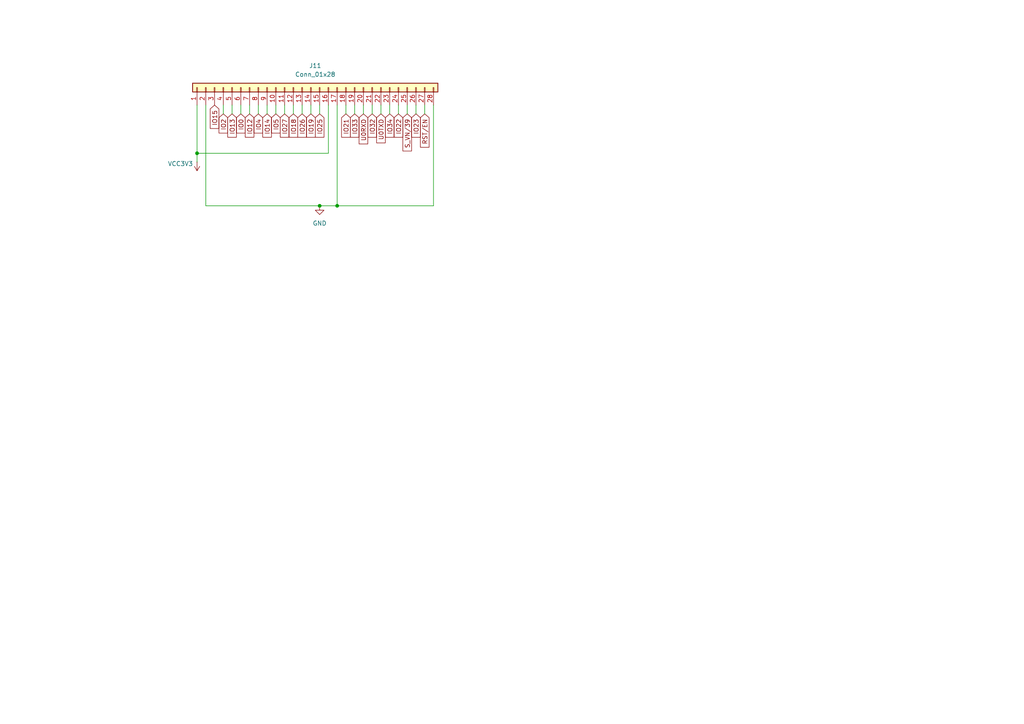
<source format=kicad_sch>
(kicad_sch (version 20231120) (generator "eeschema") (generator_version "8.0")
  (paper "A4")
  (title_block (title "TrackSense") (date "2024-05-07") (rev "BETA_1.0") (company "DFC - Cegep Ste-Foy"))
  (lib_symbols
    (symbol "Connector_Generic:Conn_01x28" (pin_names (offset 1.016) hide)
      (property "Reference" "J" (at 0 35.56 0))
      (property "Value" "Conn_01x28" (at 0 -38.1 0))
      (symbol "Conn_01x28_1_1"
        (rectangle (start -1.27 -35.433) (end 0 -35.687) (stroke (width 0.1524)))
        (rectangle (start -1.27 -32.893) (end 0 -33.147) (stroke (width 0.1524)))
        (rectangle (start -1.27 -30.353) (end 0 -30.607) (stroke (width 0.1524)))
        (rectangle (start -1.27 -27.813) (end 0 -28.067) (stroke (width 0.1524)))
        (rectangle (start -1.27 -25.273) (end 0 -25.527) (stroke (width 0.1524)))
        (rectangle (start -1.27 -22.733) (end 0 -22.987) (stroke (width 0.1524)))
        (rectangle (start -1.27 -20.193) (end 0 -20.447) (stroke (width 0.1524)))
        (rectangle (start -1.27 -17.653) (end 0 -17.907) (stroke (width 0.1524)))
        (rectangle (start -1.27 -15.113) (end 0 -15.367) (stroke (width 0.1524)))
        (rectangle (start -1.27 -12.573) (end 0 -12.827) (stroke (width 0.1524)))
        (rectangle (start -1.27 -10.033) (end 0 -10.287) (stroke (width 0.1524)))
        (rectangle (start -1.27 -7.493) (end 0 -7.747) (stroke (width 0.1524)))
        (rectangle (start -1.27 -4.953) (end 0 -5.207) (stroke (width 0.1524)))
        (rectangle (start -1.27 -2.413) (end 0 -2.667) (stroke (width 0.1524)))
        (rectangle (start -1.27 0.127) (end 0 -0.127) (stroke (width 0.1524)))
        (rectangle (start -1.27 2.667) (end 0 2.413) (stroke (width 0.1524)))
        (rectangle (start -1.27 5.207) (end 0 4.953) (stroke (width 0.1524)))
        (rectangle (start -1.27 7.747) (end 0 7.493) (stroke (width 0.1524)))
        (rectangle (start -1.27 10.287) (end 0 10.033) (stroke (width 0.1524)))
        (rectangle (start -1.27 12.827) (end 0 12.573) (stroke (width 0.1524)))
        (rectangle (start -1.27 15.367) (end 0 15.113) (stroke (width 0.1524)))
        (rectangle (start -1.27 17.907) (end 0 17.653) (stroke (width 0.1524)))
        (rectangle (start -1.27 20.447) (end 0 20.193) (stroke (width 0.1524)))
        (rectangle (start -1.27 22.987) (end 0 22.733) (stroke (width 0.1524)))
        (rectangle (start -1.27 25.527) (end 0 25.273) (stroke (width 0.1524)))
        (rectangle (start -1.27 28.067) (end 0 27.813) (stroke (width 0.1524)))
        (rectangle (start -1.27 30.607) (end 0 30.353) (stroke (width 0.1524)))
        (rectangle (start -1.27 33.147) (end 0 32.893) (stroke (width 0.1524)))
        (rectangle (start -1.27 34.29) (end 1.27 -36.83) (stroke (width 0.254)) (fill (type background)))
        (pin passive line (at -5.08 33.02 0) (length 3.81) (name "Pin_1") (number "1"))
        (pin passive line (at -5.08 10.16 0) (length 3.81) (name "Pin_10") (number "10"))
        (pin passive line (at -5.08 7.62 0) (length 3.81) (name "Pin_11") (number "11"))
        (pin passive line (at -5.08 5.08 0) (length 3.81) (name "Pin_12") (number "12"))
        (pin passive line (at -5.08 2.54 0) (length 3.81) (name "Pin_13") (number "13"))
        (pin passive line (at -5.08 0 0) (length 3.81) (name "Pin_14") (number "14"))
        (pin passive line (at -5.08 -2.54 0) (length 3.81) (name "Pin_15") (number "15"))
        (pin passive line (at -5.08 -5.08 0) (length 3.81) (name "Pin_16") (number "16"))
        (pin passive line (at -5.08 -7.62 0) (length 3.81) (name "Pin_17") (number "17"))
        (pin passive line (at -5.08 -10.16 0) (length 3.81) (name "Pin_18") (number "18"))
        (pin passive line (at -5.08 -12.7 0) (length 3.81) (name "Pin_19") (number "19"))
        (pin passive line (at -5.08 30.48 0) (length 3.81) (name "Pin_2") (number "2"))
        (pin passive line (at -5.08 -15.24 0) (length 3.81) (name "Pin_20") (number "20"))
        (pin passive line (at -5.08 -17.78 0) (length 3.81) (name "Pin_21") (number "21"))
        (pin passive line (at -5.08 -20.32 0) (length 3.81) (name "Pin_22") (number "22"))
        (pin passive line (at -5.08 -22.86 0) (length 3.81) (name "Pin_23") (number "23"))
        (pin passive line (at -5.08 -25.4 0) (length 3.81) (name "Pin_24") (number "24"))
        (pin passive line (at -5.08 -27.94 0) (length 3.81) (name "Pin_25") (number "25"))
        (pin passive line (at -5.08 -30.48 0) (length 3.81) (name "Pin_26") (number "26"))
        (pin passive line (at -5.08 -33.02 0) (length 3.81) (name "Pin_27") (number "27"))
        (pin passive line (at -5.08 -35.56 0) (length 3.81) (name "Pin_28") (number "28"))
        (pin passive line (at -5.08 27.94 0) (length 3.81) (name "Pin_3") (number "3"))
        (pin passive line (at -5.08 25.4 0) (length 3.81) (name "Pin_4") (number "4"))
        (pin passive line (at -5.08 22.86 0) (length 3.81) (name "Pin_5") (number "5"))
        (pin passive line (at -5.08 20.32 0) (length 3.81) (name "Pin_6") (number "6"))
        (pin passive line (at -5.08 17.78 0) (length 3.81) (name "Pin_7") (number "7"))
        (pin passive line (at -5.08 15.24 0) (length 3.81) (name "Pin_8") (number "8"))
        (pin passive line (at -5.08 12.7 0) (length 3.81) (name "Pin_9") (number "9"))
      )
    )
    (symbol "power:GND" (power) (pin_numbers hide) (pin_names (offset 0) hide)
      (property "Value" "GND" (at 0 -3.81 0))
      (symbol "GND_0_1"
        (polyline (pts (xy 0 0) (xy 0 -1.27) (xy 1.27 -1.27) (xy 0 -2.54) (xy -1.27 -1.27) (xy 0 -1.27)))
      )
      (symbol "GND_1_1"
        (pin power_in line (at 0 0 270) (length 0) (name "~") (number "1"))
      )
    )
    (symbol "power:VCC" (power) (pin_numbers hide) (pin_names (offset 0) hide)
      (property "Value" "VCC" (at 0 3.556 0))
      (symbol "VCC_0_1"
        (polyline (pts (xy -0.762 1.27) (xy 0 2.54)))
        (polyline (pts (xy 0 0) (xy 0 2.54)))
        (polyline (pts (xy 0 2.54) (xy 0.762 1.27)))
      )
      (symbol "VCC_1_1"
        (pin power_in line (at 0 0 90) (length 0) (name "~") (number "1"))
      )
    )
  )
  (junction (at 97.79 59.69))
  (junction (at 57.15 44.45))
  (junction (at 92.71 59.69))
  (wire (pts (xy 92.71 30.48) (xy 92.71 33.02)))
  (wire (pts (xy 102.87 30.48) (xy 102.87 33.02)))
  (wire (pts (xy 120.65 30.48) (xy 120.65 33.02)))
  (wire (pts (xy 100.33 30.48) (xy 100.33 33.02)))
  (wire (pts (xy 92.71 59.69) (xy 97.79 59.69)))
  (wire (pts (xy 95.25 30.48) (xy 95.25 44.45)))
  (wire (pts (xy 95.25 44.45) (xy 57.15 44.45)))
  (wire (pts (xy 67.31 30.48) (xy 67.31 33.02)))
  (wire (pts (xy 97.79 59.69) (xy 125.73 59.69)))
  (wire (pts (xy 125.73 30.48) (xy 125.73 59.69)))
  (wire (pts (xy 115.57 30.48) (xy 115.57 33.02)))
  (wire (pts (xy 97.79 30.48) (xy 97.79 59.69)))
  (wire (pts (xy 77.47 30.48) (xy 77.47 33.02)))
  (wire (pts (xy 64.77 30.48) (xy 64.77 33.02)))
  (wire (pts (xy 57.15 30.48) (xy 57.15 44.45)))
  (wire (pts (xy 107.95 30.48) (xy 107.95 33.02)))
  (wire (pts (xy 113.03 30.48) (xy 113.03 33.02)))
  (wire (pts (xy 90.17 30.48) (xy 90.17 33.02)))
  (wire (pts (xy 69.85 30.48) (xy 69.85 33.02)))
  (wire (pts (xy 110.49 30.48) (xy 110.49 33.02)))
  (wire (pts (xy 72.39 30.48) (xy 72.39 33.02)))
  (wire (pts (xy 87.63 30.48) (xy 87.63 33.02)))
  (wire (pts (xy 74.93 30.48) (xy 74.93 33.02)))
  (wire (pts (xy 80.01 30.48) (xy 80.01 33.02)))
  (wire (pts (xy 59.69 59.69) (xy 92.71 59.69)))
  (wire (pts (xy 85.09 30.48) (xy 85.09 33.02)))
  (wire (pts (xy 57.15 44.45) (xy 57.15 46.99)))
  (wire (pts (xy 105.41 30.48) (xy 105.41 33.02)))
  (wire (pts (xy 118.11 30.48) (xy 118.11 33.02)))
  (wire (pts (xy 82.55 30.48) (xy 82.55 33.02)))
  (wire (pts (xy 123.19 30.48) (xy 123.19 33.02)))
  (wire (pts (xy 59.69 30.48) (xy 59.69 59.69)))
  (global_label "IO2" (shape input) (at 64.77 33.02 270) (property "Intersheetrefs" "${INTERSHEET_REFS}" (effects (hide yes))))
  (global_label "IO33" (shape input) (at 102.87 33.02 270) (property "Intersheetrefs" "${INTERSHEET_REFS}" (effects (hide yes))))
  (global_label "IO21" (shape input) (at 100.33 33.02 270) (property "Intersheetrefs" "${INTERSHEET_REFS}" (effects (hide yes))))
  (global_label "IO4" (shape input) (at 74.93 33.02 270) (property "Intersheetrefs" "${INTERSHEET_REFS}" (effects (hide yes))))
  (global_label "IO22" (shape input) (at 115.57 33.02 270) (property "Intersheetrefs" "${INTERSHEET_REFS}" (effects (hide yes))))
  (global_label "IO32" (shape input) (at 107.95 33.02 270) (property "Intersheetrefs" "${INTERSHEET_REFS}" (effects (hide yes))))
  (global_label "IO14" (shape input) (at 77.47 33.02 270) (property "Intersheetrefs" "${INTERSHEET_REFS}" (effects (hide yes))))
  (global_label "IO26" (shape input) (at 87.63 33.02 270) (property "Intersheetrefs" "${INTERSHEET_REFS}" (effects (hide yes))))
  (global_label "IO19" (shape input) (at 90.17 33.02 270) (property "Intersheetrefs" "${INTERSHEET_REFS}" (effects (hide yes))))
  (global_label "S_VN{slash}39" (shape input) (at 118.11 33.02 270) (property "Intersheetrefs" "${INTERSHEET_REFS}" (effects (hide yes))))
  (global_label "RST{slash}EN" (shape input) (at 123.19 33.02 270) (property "Intersheetrefs" "${INTERSHEET_REFS}" (effects (hide yes))))
  (global_label "IO15" (shape input) (at 62.23 30.48 270) (property "Intersheetrefs" "${INTERSHEET_REFS}" (effects (hide yes))))
  (global_label "IO0" (shape input) (at 69.85 33.02 270) (property "Intersheetrefs" "${INTERSHEET_REFS}" (effects (hide yes))))
  (global_label "U0TXD" (shape input) (at 110.49 33.02 270) (property "Intersheetrefs" "${INTERSHEET_REFS}" (effects (hide yes))))
  (global_label "U0RXD" (shape input) (at 105.41 33.02 270) (property "Intersheetrefs" "${INTERSHEET_REFS}" (effects (hide yes))))
  (global_label "IO27" (shape input) (at 82.55 33.02 270) (property "Intersheetrefs" "${INTERSHEET_REFS}" (effects (hide yes))))
  (global_label "IO34" (shape input) (at 113.03 33.02 270) (property "Intersheetrefs" "${INTERSHEET_REFS}" (effects (hide yes))))
  (global_label "IO18" (shape input) (at 85.09 33.02 270) (property "Intersheetrefs" "${INTERSHEET_REFS}" (effects (hide yes))))
  (global_label "IO5" (shape input) (at 80.01 33.02 270) (property "Intersheetrefs" "${INTERSHEET_REFS}" (effects (hide yes))))
  (global_label "IO23" (shape input) (at 120.65 33.02 270) (property "Intersheetrefs" "${INTERSHEET_REFS}" (effects (hide yes))))
  (global_label "IO12" (shape input) (at 72.39 33.02 270) (property "Intersheetrefs" "${INTERSHEET_REFS}" (effects (hide yes))))
  (global_label "IO25" (shape input) (at 92.71 33.02 270) (property "Intersheetrefs" "${INTERSHEET_REFS}" (effects (hide yes))))
  (global_label "IO13" (shape input) (at 67.31 33.02 270) (property "Intersheetrefs" "${INTERSHEET_REFS}" (effects (hide yes))))
  (symbol (lib_id "power:GND") (at 92.71 59.69 0) (unit 1)
    (property "Reference" "#PWR099" (effects (hide yes)))
    (property "Value" "GND" (at 92.71 64.77 0))
    (property "Description" "Power symbol creates a global label with name \"GND\" , ground" (effects (hide yes)))
  )
  (symbol (lib_id "Connector_Generic:Conn_01x28") (at 90.17 25.4 90) (unit 1)
    (property "Reference" "J11" (at 91.44 19.05 90))
    (property "Value" "Conn_01x28" (at 91.44 21.59 90))
    (property "Footprint" "Connector_FFC-FPC:Hirose_FH26-27S-0.3SHW_2Rows-27Pins-1MP_P0.60mm_Horizontal" (effects (hide yes)))
    (property "Description" "Generic connector, single row, 01x28, script generated (kicad-library-utils/schlib/autogen/connector/)" (effects (hide yes)))
  )
  (symbol (lib_id "power:VCC") (at 57.15 46.99 180) (unit 1)
    (property "Reference" "#PWR0101" (effects (hide yes)))
    (property "Value" "VCC3V3" (at 52.324 47.498 0))
    (property "Description" "Power symbol creates a global label with name \"VCC\"" (effects (hide yes)))
  )
)
</source>
